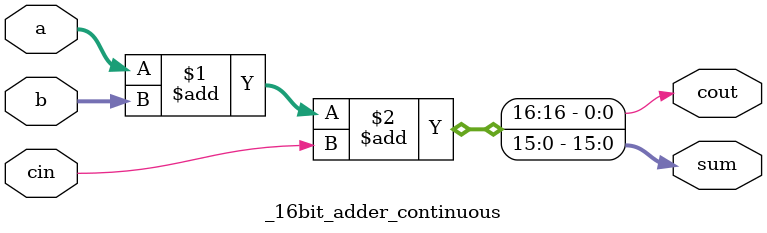
<source format=v>
`timescale 1ns / 1ps

module _16bit_adder_continuous (sum, cout, a, b, cin);

//port declaration

input [15:0] a, b;
input cin;
output [15:0] sum;
output cout;

// behavior description

assign {cout,sum} = a+ b +cin;

endmodule
</source>
